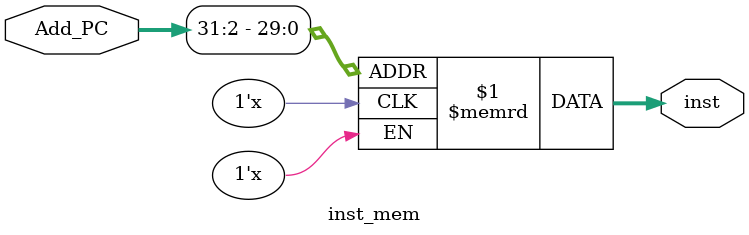
<source format=v>
module inst_mem(input wire [31:0] Add_PC,
output wire [31:0] inst);

reg [31:0] ROM_inst_mem [0:99];

//initial $readmemh("4th_program.txt",ROM_inst_mem);

assign inst= ROM_inst_mem[Add_PC[31:2]];


endmodule


</source>
